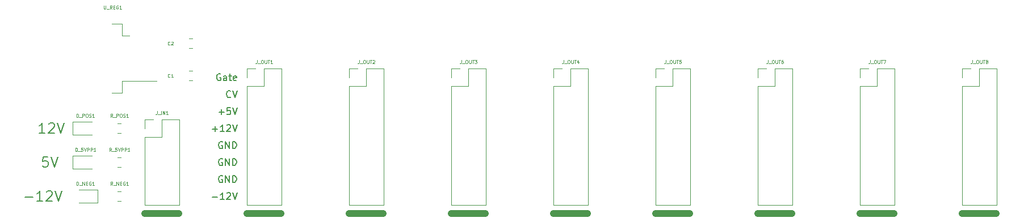
<source format=gbr>
G04 #@! TF.GenerationSoftware,KiCad,Pcbnew,(5.1.6-0-10_14)*
G04 #@! TF.CreationDate,2020-09-27T23:01:40+01:00*
G04 #@! TF.ProjectId,PSUExtensionBoard,50535545-7874-4656-9e73-696f6e426f61,rev?*
G04 #@! TF.SameCoordinates,Original*
G04 #@! TF.FileFunction,Legend,Top*
G04 #@! TF.FilePolarity,Positive*
%FSLAX46Y46*%
G04 Gerber Fmt 4.6, Leading zero omitted, Abs format (unit mm)*
G04 Created by KiCad (PCBNEW (5.1.6-0-10_14)) date 2020-09-27 23:01:40*
%MOMM*%
%LPD*%
G01*
G04 APERTURE LIST*
%ADD10C,0.200000*%
%ADD11C,1.000000*%
%ADD12C,0.120000*%
%ADD13C,0.100000*%
G04 APERTURE END LIST*
D10*
X77388095Y-110561428D02*
X78150000Y-110561428D01*
X79150000Y-110942380D02*
X78578571Y-110942380D01*
X78864285Y-110942380D02*
X78864285Y-109942380D01*
X78769047Y-110085238D01*
X78673809Y-110180476D01*
X78578571Y-110228095D01*
X79530952Y-110037619D02*
X79578571Y-109990000D01*
X79673809Y-109942380D01*
X79911904Y-109942380D01*
X80007142Y-109990000D01*
X80054761Y-110037619D01*
X80102380Y-110132857D01*
X80102380Y-110228095D01*
X80054761Y-110370952D01*
X79483333Y-110942380D01*
X80102380Y-110942380D01*
X80388095Y-109942380D02*
X80721428Y-110942380D01*
X81054761Y-109942380D01*
X78864285Y-107450000D02*
X78769047Y-107402380D01*
X78626190Y-107402380D01*
X78483333Y-107450000D01*
X78388095Y-107545238D01*
X78340476Y-107640476D01*
X78292857Y-107830952D01*
X78292857Y-107973809D01*
X78340476Y-108164285D01*
X78388095Y-108259523D01*
X78483333Y-108354761D01*
X78626190Y-108402380D01*
X78721428Y-108402380D01*
X78864285Y-108354761D01*
X78911904Y-108307142D01*
X78911904Y-107973809D01*
X78721428Y-107973809D01*
X79340476Y-108402380D02*
X79340476Y-107402380D01*
X79911904Y-108402380D01*
X79911904Y-107402380D01*
X80388095Y-108402380D02*
X80388095Y-107402380D01*
X80626190Y-107402380D01*
X80769047Y-107450000D01*
X80864285Y-107545238D01*
X80911904Y-107640476D01*
X80959523Y-107830952D01*
X80959523Y-107973809D01*
X80911904Y-108164285D01*
X80864285Y-108259523D01*
X80769047Y-108354761D01*
X80626190Y-108402380D01*
X80388095Y-108402380D01*
X78864285Y-104910000D02*
X78769047Y-104862380D01*
X78626190Y-104862380D01*
X78483333Y-104910000D01*
X78388095Y-105005238D01*
X78340476Y-105100476D01*
X78292857Y-105290952D01*
X78292857Y-105433809D01*
X78340476Y-105624285D01*
X78388095Y-105719523D01*
X78483333Y-105814761D01*
X78626190Y-105862380D01*
X78721428Y-105862380D01*
X78864285Y-105814761D01*
X78911904Y-105767142D01*
X78911904Y-105433809D01*
X78721428Y-105433809D01*
X79340476Y-105862380D02*
X79340476Y-104862380D01*
X79911904Y-105862380D01*
X79911904Y-104862380D01*
X80388095Y-105862380D02*
X80388095Y-104862380D01*
X80626190Y-104862380D01*
X80769047Y-104910000D01*
X80864285Y-105005238D01*
X80911904Y-105100476D01*
X80959523Y-105290952D01*
X80959523Y-105433809D01*
X80911904Y-105624285D01*
X80864285Y-105719523D01*
X80769047Y-105814761D01*
X80626190Y-105862380D01*
X80388095Y-105862380D01*
X78864285Y-102370000D02*
X78769047Y-102322380D01*
X78626190Y-102322380D01*
X78483333Y-102370000D01*
X78388095Y-102465238D01*
X78340476Y-102560476D01*
X78292857Y-102750952D01*
X78292857Y-102893809D01*
X78340476Y-103084285D01*
X78388095Y-103179523D01*
X78483333Y-103274761D01*
X78626190Y-103322380D01*
X78721428Y-103322380D01*
X78864285Y-103274761D01*
X78911904Y-103227142D01*
X78911904Y-102893809D01*
X78721428Y-102893809D01*
X79340476Y-103322380D02*
X79340476Y-102322380D01*
X79911904Y-103322380D01*
X79911904Y-102322380D01*
X80388095Y-103322380D02*
X80388095Y-102322380D01*
X80626190Y-102322380D01*
X80769047Y-102370000D01*
X80864285Y-102465238D01*
X80911904Y-102560476D01*
X80959523Y-102750952D01*
X80959523Y-102893809D01*
X80911904Y-103084285D01*
X80864285Y-103179523D01*
X80769047Y-103274761D01*
X80626190Y-103322380D01*
X80388095Y-103322380D01*
X77388095Y-100401428D02*
X78150000Y-100401428D01*
X77769047Y-100782380D02*
X77769047Y-100020476D01*
X79150000Y-100782380D02*
X78578571Y-100782380D01*
X78864285Y-100782380D02*
X78864285Y-99782380D01*
X78769047Y-99925238D01*
X78673809Y-100020476D01*
X78578571Y-100068095D01*
X79530952Y-99877619D02*
X79578571Y-99830000D01*
X79673809Y-99782380D01*
X79911904Y-99782380D01*
X80007142Y-99830000D01*
X80054761Y-99877619D01*
X80102380Y-99972857D01*
X80102380Y-100068095D01*
X80054761Y-100210952D01*
X79483333Y-100782380D01*
X80102380Y-100782380D01*
X80388095Y-99782380D02*
X80721428Y-100782380D01*
X81054761Y-99782380D01*
X78340476Y-97861428D02*
X79102380Y-97861428D01*
X78721428Y-98242380D02*
X78721428Y-97480476D01*
X80054761Y-97242380D02*
X79578571Y-97242380D01*
X79530952Y-97718571D01*
X79578571Y-97670952D01*
X79673809Y-97623333D01*
X79911904Y-97623333D01*
X80007142Y-97670952D01*
X80054761Y-97718571D01*
X80102380Y-97813809D01*
X80102380Y-98051904D01*
X80054761Y-98147142D01*
X80007142Y-98194761D01*
X79911904Y-98242380D01*
X79673809Y-98242380D01*
X79578571Y-98194761D01*
X79530952Y-98147142D01*
X80388095Y-97242380D02*
X80721428Y-98242380D01*
X81054761Y-97242380D01*
X80102380Y-95607142D02*
X80054761Y-95654761D01*
X79911904Y-95702380D01*
X79816666Y-95702380D01*
X79673809Y-95654761D01*
X79578571Y-95559523D01*
X79530952Y-95464285D01*
X79483333Y-95273809D01*
X79483333Y-95130952D01*
X79530952Y-94940476D01*
X79578571Y-94845238D01*
X79673809Y-94750000D01*
X79816666Y-94702380D01*
X79911904Y-94702380D01*
X80054761Y-94750000D01*
X80102380Y-94797619D01*
X80388095Y-94702380D02*
X80721428Y-95702380D01*
X81054761Y-94702380D01*
X78578571Y-92210000D02*
X78483333Y-92162380D01*
X78340476Y-92162380D01*
X78197619Y-92210000D01*
X78102380Y-92305238D01*
X78054761Y-92400476D01*
X78007142Y-92590952D01*
X78007142Y-92733809D01*
X78054761Y-92924285D01*
X78102380Y-93019523D01*
X78197619Y-93114761D01*
X78340476Y-93162380D01*
X78435714Y-93162380D01*
X78578571Y-93114761D01*
X78626190Y-93067142D01*
X78626190Y-92733809D01*
X78435714Y-92733809D01*
X79483333Y-93162380D02*
X79483333Y-92638571D01*
X79435714Y-92543333D01*
X79340476Y-92495714D01*
X79150000Y-92495714D01*
X79054761Y-92543333D01*
X79483333Y-93114761D02*
X79388095Y-93162380D01*
X79150000Y-93162380D01*
X79054761Y-93114761D01*
X79007142Y-93019523D01*
X79007142Y-92924285D01*
X79054761Y-92829047D01*
X79150000Y-92781428D01*
X79388095Y-92781428D01*
X79483333Y-92733809D01*
X79816666Y-92495714D02*
X80197619Y-92495714D01*
X79959523Y-92162380D02*
X79959523Y-93019523D01*
X80007142Y-93114761D01*
X80102380Y-93162380D01*
X80197619Y-93162380D01*
X80911904Y-93114761D02*
X80816666Y-93162380D01*
X80626190Y-93162380D01*
X80530952Y-93114761D01*
X80483333Y-93019523D01*
X80483333Y-92638571D01*
X80530952Y-92543333D01*
X80626190Y-92495714D01*
X80816666Y-92495714D01*
X80911904Y-92543333D01*
X80959523Y-92638571D01*
X80959523Y-92733809D01*
X80483333Y-92829047D01*
X49427142Y-110597142D02*
X50570000Y-110597142D01*
X52070000Y-111168571D02*
X51212857Y-111168571D01*
X51641428Y-111168571D02*
X51641428Y-109668571D01*
X51498571Y-109882857D01*
X51355714Y-110025714D01*
X51212857Y-110097142D01*
X52641428Y-109811428D02*
X52712857Y-109740000D01*
X52855714Y-109668571D01*
X53212857Y-109668571D01*
X53355714Y-109740000D01*
X53427142Y-109811428D01*
X53498571Y-109954285D01*
X53498571Y-110097142D01*
X53427142Y-110311428D01*
X52570000Y-111168571D01*
X53498571Y-111168571D01*
X53927142Y-109668571D02*
X54427142Y-111168571D01*
X54927142Y-109668571D01*
X52800285Y-104588571D02*
X52086000Y-104588571D01*
X52014571Y-105302857D01*
X52086000Y-105231428D01*
X52228857Y-105160000D01*
X52586000Y-105160000D01*
X52728857Y-105231428D01*
X52800285Y-105302857D01*
X52871714Y-105445714D01*
X52871714Y-105802857D01*
X52800285Y-105945714D01*
X52728857Y-106017142D01*
X52586000Y-106088571D01*
X52228857Y-106088571D01*
X52086000Y-106017142D01*
X52014571Y-105945714D01*
X53300285Y-104588571D02*
X53800285Y-106088571D01*
X54300285Y-104588571D01*
X52411428Y-101008571D02*
X51554285Y-101008571D01*
X51982857Y-101008571D02*
X51982857Y-99508571D01*
X51840000Y-99722857D01*
X51697142Y-99865714D01*
X51554285Y-99937142D01*
X52982857Y-99651428D02*
X53054285Y-99580000D01*
X53197142Y-99508571D01*
X53554285Y-99508571D01*
X53697142Y-99580000D01*
X53768571Y-99651428D01*
X53840000Y-99794285D01*
X53840000Y-99937142D01*
X53768571Y-100151428D01*
X52911428Y-101008571D01*
X53840000Y-101008571D01*
X54268571Y-99508571D02*
X54768571Y-101008571D01*
X55268571Y-99508571D01*
D11*
X189230000Y-113030000D02*
X194310000Y-113030000D01*
X173990000Y-113030000D02*
X179070000Y-113030000D01*
X158750000Y-113030000D02*
X163830000Y-113030000D01*
X143510000Y-113030000D02*
X148590000Y-113030000D01*
X128270000Y-113030000D02*
X133350000Y-113030000D01*
X113030000Y-113030000D02*
X118110000Y-113030000D01*
X97790000Y-113030000D02*
X102870000Y-113030000D01*
X82550000Y-113030000D02*
X87630000Y-113030000D01*
X67310000Y-113030000D02*
X72390000Y-113030000D01*
D12*
X62410000Y-95052500D02*
X63910000Y-95052500D01*
X63910000Y-95052500D02*
X63910000Y-93242500D01*
X63910000Y-93242500D02*
X69035000Y-93242500D01*
X62410000Y-84652500D02*
X63910000Y-84652500D01*
X63910000Y-84652500D02*
X63910000Y-86462500D01*
X63910000Y-86462500D02*
X65010000Y-86462500D01*
X73906748Y-91746000D02*
X74429252Y-91746000D01*
X73906748Y-93166000D02*
X74429252Y-93166000D01*
X74429252Y-86920000D02*
X73906748Y-86920000D01*
X74429252Y-88340000D02*
X73906748Y-88340000D01*
X59420000Y-104450000D02*
X56560000Y-104450000D01*
X56560000Y-104450000D02*
X56560000Y-106370000D01*
X56560000Y-106370000D02*
X59420000Y-106370000D01*
X60280000Y-109530000D02*
X57420000Y-109530000D01*
X60280000Y-111450000D02*
X60280000Y-109530000D01*
X57420000Y-111450000D02*
X60280000Y-111450000D01*
X59420000Y-99370000D02*
X56560000Y-99370000D01*
X56560000Y-99370000D02*
X56560000Y-101290000D01*
X56560000Y-101290000D02*
X59420000Y-101290000D01*
X67250000Y-111820000D02*
X72450000Y-111820000D01*
X67250000Y-101600000D02*
X67250000Y-111820000D01*
X72450000Y-99000000D02*
X72450000Y-111820000D01*
X67250000Y-101600000D02*
X69850000Y-101600000D01*
X69850000Y-101600000D02*
X69850000Y-99000000D01*
X69850000Y-99000000D02*
X72450000Y-99000000D01*
X67250000Y-100330000D02*
X67250000Y-99000000D01*
X67250000Y-99000000D02*
X68580000Y-99000000D01*
X82490000Y-111820000D02*
X87690000Y-111820000D01*
X82490000Y-93980000D02*
X82490000Y-111820000D01*
X87690000Y-91380000D02*
X87690000Y-111820000D01*
X82490000Y-93980000D02*
X85090000Y-93980000D01*
X85090000Y-93980000D02*
X85090000Y-91380000D01*
X85090000Y-91380000D02*
X87690000Y-91380000D01*
X82490000Y-92710000D02*
X82490000Y-91380000D01*
X82490000Y-91380000D02*
X83820000Y-91380000D01*
X97730000Y-91380000D02*
X99060000Y-91380000D01*
X97730000Y-92710000D02*
X97730000Y-91380000D01*
X100330000Y-91380000D02*
X102930000Y-91380000D01*
X100330000Y-93980000D02*
X100330000Y-91380000D01*
X97730000Y-93980000D02*
X100330000Y-93980000D01*
X102930000Y-91380000D02*
X102930000Y-111820000D01*
X97730000Y-93980000D02*
X97730000Y-111820000D01*
X97730000Y-111820000D02*
X102930000Y-111820000D01*
X112970000Y-111820000D02*
X118170000Y-111820000D01*
X112970000Y-93980000D02*
X112970000Y-111820000D01*
X118170000Y-91380000D02*
X118170000Y-111820000D01*
X112970000Y-93980000D02*
X115570000Y-93980000D01*
X115570000Y-93980000D02*
X115570000Y-91380000D01*
X115570000Y-91380000D02*
X118170000Y-91380000D01*
X112970000Y-92710000D02*
X112970000Y-91380000D01*
X112970000Y-91380000D02*
X114300000Y-91380000D01*
X128210000Y-91380000D02*
X129540000Y-91380000D01*
X128210000Y-92710000D02*
X128210000Y-91380000D01*
X130810000Y-91380000D02*
X133410000Y-91380000D01*
X130810000Y-93980000D02*
X130810000Y-91380000D01*
X128210000Y-93980000D02*
X130810000Y-93980000D01*
X133410000Y-91380000D02*
X133410000Y-111820000D01*
X128210000Y-93980000D02*
X128210000Y-111820000D01*
X128210000Y-111820000D02*
X133410000Y-111820000D01*
X143450000Y-111820000D02*
X148650000Y-111820000D01*
X143450000Y-93980000D02*
X143450000Y-111820000D01*
X148650000Y-91380000D02*
X148650000Y-111820000D01*
X143450000Y-93980000D02*
X146050000Y-93980000D01*
X146050000Y-93980000D02*
X146050000Y-91380000D01*
X146050000Y-91380000D02*
X148650000Y-91380000D01*
X143450000Y-92710000D02*
X143450000Y-91380000D01*
X143450000Y-91380000D02*
X144780000Y-91380000D01*
X158690000Y-91380000D02*
X160020000Y-91380000D01*
X158690000Y-92710000D02*
X158690000Y-91380000D01*
X161290000Y-91380000D02*
X163890000Y-91380000D01*
X161290000Y-93980000D02*
X161290000Y-91380000D01*
X158690000Y-93980000D02*
X161290000Y-93980000D01*
X163890000Y-91380000D02*
X163890000Y-111820000D01*
X158690000Y-93980000D02*
X158690000Y-111820000D01*
X158690000Y-111820000D02*
X163890000Y-111820000D01*
X173930000Y-111820000D02*
X179130000Y-111820000D01*
X173930000Y-93980000D02*
X173930000Y-111820000D01*
X179130000Y-91380000D02*
X179130000Y-111820000D01*
X173930000Y-93980000D02*
X176530000Y-93980000D01*
X176530000Y-93980000D02*
X176530000Y-91380000D01*
X176530000Y-91380000D02*
X179130000Y-91380000D01*
X173930000Y-92710000D02*
X173930000Y-91380000D01*
X173930000Y-91380000D02*
X175260000Y-91380000D01*
X189170000Y-91380000D02*
X190500000Y-91380000D01*
X189170000Y-92710000D02*
X189170000Y-91380000D01*
X191770000Y-91380000D02*
X194370000Y-91380000D01*
X191770000Y-93980000D02*
X191770000Y-91380000D01*
X189170000Y-93980000D02*
X191770000Y-93980000D01*
X194370000Y-91380000D02*
X194370000Y-111820000D01*
X189170000Y-93980000D02*
X189170000Y-111820000D01*
X189170000Y-111820000D02*
X194370000Y-111820000D01*
X63238748Y-104700000D02*
X63761252Y-104700000D01*
X63238748Y-106120000D02*
X63761252Y-106120000D01*
X63238748Y-109780000D02*
X63761252Y-109780000D01*
X63238748Y-111200000D02*
X63761252Y-111200000D01*
X63761252Y-99620000D02*
X63238748Y-99620000D01*
X63761252Y-101040000D02*
X63238748Y-101040000D01*
D13*
X61186380Y-81958690D02*
X61186380Y-82363452D01*
X61210190Y-82411071D01*
X61234000Y-82434880D01*
X61281619Y-82458690D01*
X61376857Y-82458690D01*
X61424476Y-82434880D01*
X61448285Y-82411071D01*
X61472095Y-82363452D01*
X61472095Y-81958690D01*
X61591142Y-82506309D02*
X61972095Y-82506309D01*
X62376857Y-82458690D02*
X62210190Y-82220595D01*
X62091142Y-82458690D02*
X62091142Y-81958690D01*
X62281619Y-81958690D01*
X62329238Y-81982500D01*
X62353047Y-82006309D01*
X62376857Y-82053928D01*
X62376857Y-82125357D01*
X62353047Y-82172976D01*
X62329238Y-82196785D01*
X62281619Y-82220595D01*
X62091142Y-82220595D01*
X62591142Y-82196785D02*
X62757809Y-82196785D01*
X62829238Y-82458690D02*
X62591142Y-82458690D01*
X62591142Y-81958690D01*
X62829238Y-81958690D01*
X63305428Y-81982500D02*
X63257809Y-81958690D01*
X63186380Y-81958690D01*
X63114952Y-81982500D01*
X63067333Y-82030119D01*
X63043523Y-82077738D01*
X63019714Y-82172976D01*
X63019714Y-82244404D01*
X63043523Y-82339642D01*
X63067333Y-82387261D01*
X63114952Y-82434880D01*
X63186380Y-82458690D01*
X63234000Y-82458690D01*
X63305428Y-82434880D01*
X63329238Y-82411071D01*
X63329238Y-82244404D01*
X63234000Y-82244404D01*
X63805428Y-82458690D02*
X63519714Y-82458690D01*
X63662571Y-82458690D02*
X63662571Y-81958690D01*
X63614952Y-82030119D01*
X63567333Y-82077738D01*
X63519714Y-82101547D01*
X71036666Y-92634571D02*
X71012857Y-92658380D01*
X70941428Y-92682190D01*
X70893809Y-92682190D01*
X70822380Y-92658380D01*
X70774761Y-92610761D01*
X70750952Y-92563142D01*
X70727142Y-92467904D01*
X70727142Y-92396476D01*
X70750952Y-92301238D01*
X70774761Y-92253619D01*
X70822380Y-92206000D01*
X70893809Y-92182190D01*
X70941428Y-92182190D01*
X71012857Y-92206000D01*
X71036666Y-92229809D01*
X71512857Y-92682190D02*
X71227142Y-92682190D01*
X71370000Y-92682190D02*
X71370000Y-92182190D01*
X71322380Y-92253619D01*
X71274761Y-92301238D01*
X71227142Y-92325047D01*
X71036666Y-87808571D02*
X71012857Y-87832380D01*
X70941428Y-87856190D01*
X70893809Y-87856190D01*
X70822380Y-87832380D01*
X70774761Y-87784761D01*
X70750952Y-87737142D01*
X70727142Y-87641904D01*
X70727142Y-87570476D01*
X70750952Y-87475238D01*
X70774761Y-87427619D01*
X70822380Y-87380000D01*
X70893809Y-87356190D01*
X70941428Y-87356190D01*
X71012857Y-87380000D01*
X71036666Y-87403809D01*
X71227142Y-87403809D02*
X71250952Y-87380000D01*
X71298571Y-87356190D01*
X71417619Y-87356190D01*
X71465238Y-87380000D01*
X71489047Y-87403809D01*
X71512857Y-87451428D01*
X71512857Y-87499047D01*
X71489047Y-87570476D01*
X71203333Y-87856190D01*
X71512857Y-87856190D01*
X56908095Y-103731190D02*
X56908095Y-103231190D01*
X57027142Y-103231190D01*
X57098571Y-103255000D01*
X57146190Y-103302619D01*
X57170000Y-103350238D01*
X57193809Y-103445476D01*
X57193809Y-103516904D01*
X57170000Y-103612142D01*
X57146190Y-103659761D01*
X57098571Y-103707380D01*
X57027142Y-103731190D01*
X56908095Y-103731190D01*
X57289047Y-103778809D02*
X57670000Y-103778809D01*
X58027142Y-103231190D02*
X57789047Y-103231190D01*
X57765238Y-103469285D01*
X57789047Y-103445476D01*
X57836666Y-103421666D01*
X57955714Y-103421666D01*
X58003333Y-103445476D01*
X58027142Y-103469285D01*
X58050952Y-103516904D01*
X58050952Y-103635952D01*
X58027142Y-103683571D01*
X58003333Y-103707380D01*
X57955714Y-103731190D01*
X57836666Y-103731190D01*
X57789047Y-103707380D01*
X57765238Y-103683571D01*
X58193809Y-103231190D02*
X58360476Y-103731190D01*
X58527142Y-103231190D01*
X58693809Y-103731190D02*
X58693809Y-103231190D01*
X58884285Y-103231190D01*
X58931904Y-103255000D01*
X58955714Y-103278809D01*
X58979523Y-103326428D01*
X58979523Y-103397857D01*
X58955714Y-103445476D01*
X58931904Y-103469285D01*
X58884285Y-103493095D01*
X58693809Y-103493095D01*
X59193809Y-103731190D02*
X59193809Y-103231190D01*
X59384285Y-103231190D01*
X59431904Y-103255000D01*
X59455714Y-103278809D01*
X59479523Y-103326428D01*
X59479523Y-103397857D01*
X59455714Y-103445476D01*
X59431904Y-103469285D01*
X59384285Y-103493095D01*
X59193809Y-103493095D01*
X59955714Y-103731190D02*
X59670000Y-103731190D01*
X59812857Y-103731190D02*
X59812857Y-103231190D01*
X59765238Y-103302619D01*
X59717619Y-103350238D01*
X59670000Y-103374047D01*
X57122380Y-108811190D02*
X57122380Y-108311190D01*
X57241428Y-108311190D01*
X57312857Y-108335000D01*
X57360476Y-108382619D01*
X57384285Y-108430238D01*
X57408095Y-108525476D01*
X57408095Y-108596904D01*
X57384285Y-108692142D01*
X57360476Y-108739761D01*
X57312857Y-108787380D01*
X57241428Y-108811190D01*
X57122380Y-108811190D01*
X57503333Y-108858809D02*
X57884285Y-108858809D01*
X58003333Y-108811190D02*
X58003333Y-108311190D01*
X58289047Y-108811190D01*
X58289047Y-108311190D01*
X58527142Y-108549285D02*
X58693809Y-108549285D01*
X58765238Y-108811190D02*
X58527142Y-108811190D01*
X58527142Y-108311190D01*
X58765238Y-108311190D01*
X59241428Y-108335000D02*
X59193809Y-108311190D01*
X59122380Y-108311190D01*
X59050952Y-108335000D01*
X59003333Y-108382619D01*
X58979523Y-108430238D01*
X58955714Y-108525476D01*
X58955714Y-108596904D01*
X58979523Y-108692142D01*
X59003333Y-108739761D01*
X59050952Y-108787380D01*
X59122380Y-108811190D01*
X59170000Y-108811190D01*
X59241428Y-108787380D01*
X59265238Y-108763571D01*
X59265238Y-108596904D01*
X59170000Y-108596904D01*
X59741428Y-108811190D02*
X59455714Y-108811190D01*
X59598571Y-108811190D02*
X59598571Y-108311190D01*
X59550952Y-108382619D01*
X59503333Y-108430238D01*
X59455714Y-108454047D01*
X57110476Y-98651190D02*
X57110476Y-98151190D01*
X57229523Y-98151190D01*
X57300952Y-98175000D01*
X57348571Y-98222619D01*
X57372380Y-98270238D01*
X57396190Y-98365476D01*
X57396190Y-98436904D01*
X57372380Y-98532142D01*
X57348571Y-98579761D01*
X57300952Y-98627380D01*
X57229523Y-98651190D01*
X57110476Y-98651190D01*
X57491428Y-98698809D02*
X57872380Y-98698809D01*
X57991428Y-98651190D02*
X57991428Y-98151190D01*
X58181904Y-98151190D01*
X58229523Y-98175000D01*
X58253333Y-98198809D01*
X58277142Y-98246428D01*
X58277142Y-98317857D01*
X58253333Y-98365476D01*
X58229523Y-98389285D01*
X58181904Y-98413095D01*
X57991428Y-98413095D01*
X58586666Y-98151190D02*
X58681904Y-98151190D01*
X58729523Y-98175000D01*
X58777142Y-98222619D01*
X58800952Y-98317857D01*
X58800952Y-98484523D01*
X58777142Y-98579761D01*
X58729523Y-98627380D01*
X58681904Y-98651190D01*
X58586666Y-98651190D01*
X58539047Y-98627380D01*
X58491428Y-98579761D01*
X58467619Y-98484523D01*
X58467619Y-98317857D01*
X58491428Y-98222619D01*
X58539047Y-98175000D01*
X58586666Y-98151190D01*
X58991428Y-98627380D02*
X59062857Y-98651190D01*
X59181904Y-98651190D01*
X59229523Y-98627380D01*
X59253333Y-98603571D01*
X59277142Y-98555952D01*
X59277142Y-98508333D01*
X59253333Y-98460714D01*
X59229523Y-98436904D01*
X59181904Y-98413095D01*
X59086666Y-98389285D01*
X59039047Y-98365476D01*
X59015238Y-98341666D01*
X58991428Y-98294047D01*
X58991428Y-98246428D01*
X59015238Y-98198809D01*
X59039047Y-98175000D01*
X59086666Y-98151190D01*
X59205714Y-98151190D01*
X59277142Y-98175000D01*
X59753333Y-98651190D02*
X59467619Y-98651190D01*
X59610476Y-98651190D02*
X59610476Y-98151190D01*
X59562857Y-98222619D01*
X59515238Y-98270238D01*
X59467619Y-98294047D01*
X69111904Y-97726190D02*
X69111904Y-98083333D01*
X69088095Y-98154761D01*
X69040476Y-98202380D01*
X68969047Y-98226190D01*
X68921428Y-98226190D01*
X69230952Y-98273809D02*
X69611904Y-98273809D01*
X69730952Y-98226190D02*
X69730952Y-97726190D01*
X69969047Y-98226190D02*
X69969047Y-97726190D01*
X70254761Y-98226190D01*
X70254761Y-97726190D01*
X70754761Y-98226190D02*
X70469047Y-98226190D01*
X70611904Y-98226190D02*
X70611904Y-97726190D01*
X70564285Y-97797619D01*
X70516666Y-97845238D01*
X70469047Y-97869047D01*
X84018571Y-90106190D02*
X84018571Y-90463333D01*
X83994761Y-90534761D01*
X83947142Y-90582380D01*
X83875714Y-90606190D01*
X83828095Y-90606190D01*
X84137619Y-90653809D02*
X84518571Y-90653809D01*
X84732857Y-90106190D02*
X84828095Y-90106190D01*
X84875714Y-90130000D01*
X84923333Y-90177619D01*
X84947142Y-90272857D01*
X84947142Y-90439523D01*
X84923333Y-90534761D01*
X84875714Y-90582380D01*
X84828095Y-90606190D01*
X84732857Y-90606190D01*
X84685238Y-90582380D01*
X84637619Y-90534761D01*
X84613809Y-90439523D01*
X84613809Y-90272857D01*
X84637619Y-90177619D01*
X84685238Y-90130000D01*
X84732857Y-90106190D01*
X85161428Y-90106190D02*
X85161428Y-90510952D01*
X85185238Y-90558571D01*
X85209047Y-90582380D01*
X85256666Y-90606190D01*
X85351904Y-90606190D01*
X85399523Y-90582380D01*
X85423333Y-90558571D01*
X85447142Y-90510952D01*
X85447142Y-90106190D01*
X85613809Y-90106190D02*
X85899523Y-90106190D01*
X85756666Y-90606190D02*
X85756666Y-90106190D01*
X86328095Y-90606190D02*
X86042380Y-90606190D01*
X86185238Y-90606190D02*
X86185238Y-90106190D01*
X86137619Y-90177619D01*
X86090000Y-90225238D01*
X86042380Y-90249047D01*
X99258571Y-90106190D02*
X99258571Y-90463333D01*
X99234761Y-90534761D01*
X99187142Y-90582380D01*
X99115714Y-90606190D01*
X99068095Y-90606190D01*
X99377619Y-90653809D02*
X99758571Y-90653809D01*
X99972857Y-90106190D02*
X100068095Y-90106190D01*
X100115714Y-90130000D01*
X100163333Y-90177619D01*
X100187142Y-90272857D01*
X100187142Y-90439523D01*
X100163333Y-90534761D01*
X100115714Y-90582380D01*
X100068095Y-90606190D01*
X99972857Y-90606190D01*
X99925238Y-90582380D01*
X99877619Y-90534761D01*
X99853809Y-90439523D01*
X99853809Y-90272857D01*
X99877619Y-90177619D01*
X99925238Y-90130000D01*
X99972857Y-90106190D01*
X100401428Y-90106190D02*
X100401428Y-90510952D01*
X100425238Y-90558571D01*
X100449047Y-90582380D01*
X100496666Y-90606190D01*
X100591904Y-90606190D01*
X100639523Y-90582380D01*
X100663333Y-90558571D01*
X100687142Y-90510952D01*
X100687142Y-90106190D01*
X100853809Y-90106190D02*
X101139523Y-90106190D01*
X100996666Y-90606190D02*
X100996666Y-90106190D01*
X101282380Y-90153809D02*
X101306190Y-90130000D01*
X101353809Y-90106190D01*
X101472857Y-90106190D01*
X101520476Y-90130000D01*
X101544285Y-90153809D01*
X101568095Y-90201428D01*
X101568095Y-90249047D01*
X101544285Y-90320476D01*
X101258571Y-90606190D01*
X101568095Y-90606190D01*
X114498571Y-90106190D02*
X114498571Y-90463333D01*
X114474761Y-90534761D01*
X114427142Y-90582380D01*
X114355714Y-90606190D01*
X114308095Y-90606190D01*
X114617619Y-90653809D02*
X114998571Y-90653809D01*
X115212857Y-90106190D02*
X115308095Y-90106190D01*
X115355714Y-90130000D01*
X115403333Y-90177619D01*
X115427142Y-90272857D01*
X115427142Y-90439523D01*
X115403333Y-90534761D01*
X115355714Y-90582380D01*
X115308095Y-90606190D01*
X115212857Y-90606190D01*
X115165238Y-90582380D01*
X115117619Y-90534761D01*
X115093809Y-90439523D01*
X115093809Y-90272857D01*
X115117619Y-90177619D01*
X115165238Y-90130000D01*
X115212857Y-90106190D01*
X115641428Y-90106190D02*
X115641428Y-90510952D01*
X115665238Y-90558571D01*
X115689047Y-90582380D01*
X115736666Y-90606190D01*
X115831904Y-90606190D01*
X115879523Y-90582380D01*
X115903333Y-90558571D01*
X115927142Y-90510952D01*
X115927142Y-90106190D01*
X116093809Y-90106190D02*
X116379523Y-90106190D01*
X116236666Y-90606190D02*
X116236666Y-90106190D01*
X116498571Y-90106190D02*
X116808095Y-90106190D01*
X116641428Y-90296666D01*
X116712857Y-90296666D01*
X116760476Y-90320476D01*
X116784285Y-90344285D01*
X116808095Y-90391904D01*
X116808095Y-90510952D01*
X116784285Y-90558571D01*
X116760476Y-90582380D01*
X116712857Y-90606190D01*
X116570000Y-90606190D01*
X116522380Y-90582380D01*
X116498571Y-90558571D01*
X129738571Y-90106190D02*
X129738571Y-90463333D01*
X129714761Y-90534761D01*
X129667142Y-90582380D01*
X129595714Y-90606190D01*
X129548095Y-90606190D01*
X129857619Y-90653809D02*
X130238571Y-90653809D01*
X130452857Y-90106190D02*
X130548095Y-90106190D01*
X130595714Y-90130000D01*
X130643333Y-90177619D01*
X130667142Y-90272857D01*
X130667142Y-90439523D01*
X130643333Y-90534761D01*
X130595714Y-90582380D01*
X130548095Y-90606190D01*
X130452857Y-90606190D01*
X130405238Y-90582380D01*
X130357619Y-90534761D01*
X130333809Y-90439523D01*
X130333809Y-90272857D01*
X130357619Y-90177619D01*
X130405238Y-90130000D01*
X130452857Y-90106190D01*
X130881428Y-90106190D02*
X130881428Y-90510952D01*
X130905238Y-90558571D01*
X130929047Y-90582380D01*
X130976666Y-90606190D01*
X131071904Y-90606190D01*
X131119523Y-90582380D01*
X131143333Y-90558571D01*
X131167142Y-90510952D01*
X131167142Y-90106190D01*
X131333809Y-90106190D02*
X131619523Y-90106190D01*
X131476666Y-90606190D02*
X131476666Y-90106190D01*
X132000476Y-90272857D02*
X132000476Y-90606190D01*
X131881428Y-90082380D02*
X131762380Y-90439523D01*
X132071904Y-90439523D01*
X144978571Y-90106190D02*
X144978571Y-90463333D01*
X144954761Y-90534761D01*
X144907142Y-90582380D01*
X144835714Y-90606190D01*
X144788095Y-90606190D01*
X145097619Y-90653809D02*
X145478571Y-90653809D01*
X145692857Y-90106190D02*
X145788095Y-90106190D01*
X145835714Y-90130000D01*
X145883333Y-90177619D01*
X145907142Y-90272857D01*
X145907142Y-90439523D01*
X145883333Y-90534761D01*
X145835714Y-90582380D01*
X145788095Y-90606190D01*
X145692857Y-90606190D01*
X145645238Y-90582380D01*
X145597619Y-90534761D01*
X145573809Y-90439523D01*
X145573809Y-90272857D01*
X145597619Y-90177619D01*
X145645238Y-90130000D01*
X145692857Y-90106190D01*
X146121428Y-90106190D02*
X146121428Y-90510952D01*
X146145238Y-90558571D01*
X146169047Y-90582380D01*
X146216666Y-90606190D01*
X146311904Y-90606190D01*
X146359523Y-90582380D01*
X146383333Y-90558571D01*
X146407142Y-90510952D01*
X146407142Y-90106190D01*
X146573809Y-90106190D02*
X146859523Y-90106190D01*
X146716666Y-90606190D02*
X146716666Y-90106190D01*
X147264285Y-90106190D02*
X147026190Y-90106190D01*
X147002380Y-90344285D01*
X147026190Y-90320476D01*
X147073809Y-90296666D01*
X147192857Y-90296666D01*
X147240476Y-90320476D01*
X147264285Y-90344285D01*
X147288095Y-90391904D01*
X147288095Y-90510952D01*
X147264285Y-90558571D01*
X147240476Y-90582380D01*
X147192857Y-90606190D01*
X147073809Y-90606190D01*
X147026190Y-90582380D01*
X147002380Y-90558571D01*
X160218571Y-90106190D02*
X160218571Y-90463333D01*
X160194761Y-90534761D01*
X160147142Y-90582380D01*
X160075714Y-90606190D01*
X160028095Y-90606190D01*
X160337619Y-90653809D02*
X160718571Y-90653809D01*
X160932857Y-90106190D02*
X161028095Y-90106190D01*
X161075714Y-90130000D01*
X161123333Y-90177619D01*
X161147142Y-90272857D01*
X161147142Y-90439523D01*
X161123333Y-90534761D01*
X161075714Y-90582380D01*
X161028095Y-90606190D01*
X160932857Y-90606190D01*
X160885238Y-90582380D01*
X160837619Y-90534761D01*
X160813809Y-90439523D01*
X160813809Y-90272857D01*
X160837619Y-90177619D01*
X160885238Y-90130000D01*
X160932857Y-90106190D01*
X161361428Y-90106190D02*
X161361428Y-90510952D01*
X161385238Y-90558571D01*
X161409047Y-90582380D01*
X161456666Y-90606190D01*
X161551904Y-90606190D01*
X161599523Y-90582380D01*
X161623333Y-90558571D01*
X161647142Y-90510952D01*
X161647142Y-90106190D01*
X161813809Y-90106190D02*
X162099523Y-90106190D01*
X161956666Y-90606190D02*
X161956666Y-90106190D01*
X162480476Y-90106190D02*
X162385238Y-90106190D01*
X162337619Y-90130000D01*
X162313809Y-90153809D01*
X162266190Y-90225238D01*
X162242380Y-90320476D01*
X162242380Y-90510952D01*
X162266190Y-90558571D01*
X162290000Y-90582380D01*
X162337619Y-90606190D01*
X162432857Y-90606190D01*
X162480476Y-90582380D01*
X162504285Y-90558571D01*
X162528095Y-90510952D01*
X162528095Y-90391904D01*
X162504285Y-90344285D01*
X162480476Y-90320476D01*
X162432857Y-90296666D01*
X162337619Y-90296666D01*
X162290000Y-90320476D01*
X162266190Y-90344285D01*
X162242380Y-90391904D01*
X175458571Y-90106190D02*
X175458571Y-90463333D01*
X175434761Y-90534761D01*
X175387142Y-90582380D01*
X175315714Y-90606190D01*
X175268095Y-90606190D01*
X175577619Y-90653809D02*
X175958571Y-90653809D01*
X176172857Y-90106190D02*
X176268095Y-90106190D01*
X176315714Y-90130000D01*
X176363333Y-90177619D01*
X176387142Y-90272857D01*
X176387142Y-90439523D01*
X176363333Y-90534761D01*
X176315714Y-90582380D01*
X176268095Y-90606190D01*
X176172857Y-90606190D01*
X176125238Y-90582380D01*
X176077619Y-90534761D01*
X176053809Y-90439523D01*
X176053809Y-90272857D01*
X176077619Y-90177619D01*
X176125238Y-90130000D01*
X176172857Y-90106190D01*
X176601428Y-90106190D02*
X176601428Y-90510952D01*
X176625238Y-90558571D01*
X176649047Y-90582380D01*
X176696666Y-90606190D01*
X176791904Y-90606190D01*
X176839523Y-90582380D01*
X176863333Y-90558571D01*
X176887142Y-90510952D01*
X176887142Y-90106190D01*
X177053809Y-90106190D02*
X177339523Y-90106190D01*
X177196666Y-90606190D02*
X177196666Y-90106190D01*
X177458571Y-90106190D02*
X177791904Y-90106190D01*
X177577619Y-90606190D01*
X190698571Y-90106190D02*
X190698571Y-90463333D01*
X190674761Y-90534761D01*
X190627142Y-90582380D01*
X190555714Y-90606190D01*
X190508095Y-90606190D01*
X190817619Y-90653809D02*
X191198571Y-90653809D01*
X191412857Y-90106190D02*
X191508095Y-90106190D01*
X191555714Y-90130000D01*
X191603333Y-90177619D01*
X191627142Y-90272857D01*
X191627142Y-90439523D01*
X191603333Y-90534761D01*
X191555714Y-90582380D01*
X191508095Y-90606190D01*
X191412857Y-90606190D01*
X191365238Y-90582380D01*
X191317619Y-90534761D01*
X191293809Y-90439523D01*
X191293809Y-90272857D01*
X191317619Y-90177619D01*
X191365238Y-90130000D01*
X191412857Y-90106190D01*
X191841428Y-90106190D02*
X191841428Y-90510952D01*
X191865238Y-90558571D01*
X191889047Y-90582380D01*
X191936666Y-90606190D01*
X192031904Y-90606190D01*
X192079523Y-90582380D01*
X192103333Y-90558571D01*
X192127142Y-90510952D01*
X192127142Y-90106190D01*
X192293809Y-90106190D02*
X192579523Y-90106190D01*
X192436666Y-90606190D02*
X192436666Y-90106190D01*
X192817619Y-90320476D02*
X192770000Y-90296666D01*
X192746190Y-90272857D01*
X192722380Y-90225238D01*
X192722380Y-90201428D01*
X192746190Y-90153809D01*
X192770000Y-90130000D01*
X192817619Y-90106190D01*
X192912857Y-90106190D01*
X192960476Y-90130000D01*
X192984285Y-90153809D01*
X193008095Y-90201428D01*
X193008095Y-90225238D01*
X192984285Y-90272857D01*
X192960476Y-90296666D01*
X192912857Y-90320476D01*
X192817619Y-90320476D01*
X192770000Y-90344285D01*
X192746190Y-90368095D01*
X192722380Y-90415714D01*
X192722380Y-90510952D01*
X192746190Y-90558571D01*
X192770000Y-90582380D01*
X192817619Y-90606190D01*
X192912857Y-90606190D01*
X192960476Y-90582380D01*
X192984285Y-90558571D01*
X193008095Y-90510952D01*
X193008095Y-90415714D01*
X192984285Y-90368095D01*
X192960476Y-90344285D01*
X192912857Y-90320476D01*
X62273809Y-103731190D02*
X62107142Y-103493095D01*
X61988095Y-103731190D02*
X61988095Y-103231190D01*
X62178571Y-103231190D01*
X62226190Y-103255000D01*
X62250000Y-103278809D01*
X62273809Y-103326428D01*
X62273809Y-103397857D01*
X62250000Y-103445476D01*
X62226190Y-103469285D01*
X62178571Y-103493095D01*
X61988095Y-103493095D01*
X62369047Y-103778809D02*
X62750000Y-103778809D01*
X63107142Y-103231190D02*
X62869047Y-103231190D01*
X62845238Y-103469285D01*
X62869047Y-103445476D01*
X62916666Y-103421666D01*
X63035714Y-103421666D01*
X63083333Y-103445476D01*
X63107142Y-103469285D01*
X63130952Y-103516904D01*
X63130952Y-103635952D01*
X63107142Y-103683571D01*
X63083333Y-103707380D01*
X63035714Y-103731190D01*
X62916666Y-103731190D01*
X62869047Y-103707380D01*
X62845238Y-103683571D01*
X63273809Y-103231190D02*
X63440476Y-103731190D01*
X63607142Y-103231190D01*
X63773809Y-103731190D02*
X63773809Y-103231190D01*
X63964285Y-103231190D01*
X64011904Y-103255000D01*
X64035714Y-103278809D01*
X64059523Y-103326428D01*
X64059523Y-103397857D01*
X64035714Y-103445476D01*
X64011904Y-103469285D01*
X63964285Y-103493095D01*
X63773809Y-103493095D01*
X64273809Y-103731190D02*
X64273809Y-103231190D01*
X64464285Y-103231190D01*
X64511904Y-103255000D01*
X64535714Y-103278809D01*
X64559523Y-103326428D01*
X64559523Y-103397857D01*
X64535714Y-103445476D01*
X64511904Y-103469285D01*
X64464285Y-103493095D01*
X64273809Y-103493095D01*
X65035714Y-103731190D02*
X64750000Y-103731190D01*
X64892857Y-103731190D02*
X64892857Y-103231190D01*
X64845238Y-103302619D01*
X64797619Y-103350238D01*
X64750000Y-103374047D01*
X62488095Y-108811190D02*
X62321428Y-108573095D01*
X62202380Y-108811190D02*
X62202380Y-108311190D01*
X62392857Y-108311190D01*
X62440476Y-108335000D01*
X62464285Y-108358809D01*
X62488095Y-108406428D01*
X62488095Y-108477857D01*
X62464285Y-108525476D01*
X62440476Y-108549285D01*
X62392857Y-108573095D01*
X62202380Y-108573095D01*
X62583333Y-108858809D02*
X62964285Y-108858809D01*
X63083333Y-108811190D02*
X63083333Y-108311190D01*
X63369047Y-108811190D01*
X63369047Y-108311190D01*
X63607142Y-108549285D02*
X63773809Y-108549285D01*
X63845238Y-108811190D02*
X63607142Y-108811190D01*
X63607142Y-108311190D01*
X63845238Y-108311190D01*
X64321428Y-108335000D02*
X64273809Y-108311190D01*
X64202380Y-108311190D01*
X64130952Y-108335000D01*
X64083333Y-108382619D01*
X64059523Y-108430238D01*
X64035714Y-108525476D01*
X64035714Y-108596904D01*
X64059523Y-108692142D01*
X64083333Y-108739761D01*
X64130952Y-108787380D01*
X64202380Y-108811190D01*
X64250000Y-108811190D01*
X64321428Y-108787380D01*
X64345238Y-108763571D01*
X64345238Y-108596904D01*
X64250000Y-108596904D01*
X64821428Y-108811190D02*
X64535714Y-108811190D01*
X64678571Y-108811190D02*
X64678571Y-108311190D01*
X64630952Y-108382619D01*
X64583333Y-108430238D01*
X64535714Y-108454047D01*
X62476190Y-98651190D02*
X62309523Y-98413095D01*
X62190476Y-98651190D02*
X62190476Y-98151190D01*
X62380952Y-98151190D01*
X62428571Y-98175000D01*
X62452380Y-98198809D01*
X62476190Y-98246428D01*
X62476190Y-98317857D01*
X62452380Y-98365476D01*
X62428571Y-98389285D01*
X62380952Y-98413095D01*
X62190476Y-98413095D01*
X62571428Y-98698809D02*
X62952380Y-98698809D01*
X63071428Y-98651190D02*
X63071428Y-98151190D01*
X63261904Y-98151190D01*
X63309523Y-98175000D01*
X63333333Y-98198809D01*
X63357142Y-98246428D01*
X63357142Y-98317857D01*
X63333333Y-98365476D01*
X63309523Y-98389285D01*
X63261904Y-98413095D01*
X63071428Y-98413095D01*
X63666666Y-98151190D02*
X63761904Y-98151190D01*
X63809523Y-98175000D01*
X63857142Y-98222619D01*
X63880952Y-98317857D01*
X63880952Y-98484523D01*
X63857142Y-98579761D01*
X63809523Y-98627380D01*
X63761904Y-98651190D01*
X63666666Y-98651190D01*
X63619047Y-98627380D01*
X63571428Y-98579761D01*
X63547619Y-98484523D01*
X63547619Y-98317857D01*
X63571428Y-98222619D01*
X63619047Y-98175000D01*
X63666666Y-98151190D01*
X64071428Y-98627380D02*
X64142857Y-98651190D01*
X64261904Y-98651190D01*
X64309523Y-98627380D01*
X64333333Y-98603571D01*
X64357142Y-98555952D01*
X64357142Y-98508333D01*
X64333333Y-98460714D01*
X64309523Y-98436904D01*
X64261904Y-98413095D01*
X64166666Y-98389285D01*
X64119047Y-98365476D01*
X64095238Y-98341666D01*
X64071428Y-98294047D01*
X64071428Y-98246428D01*
X64095238Y-98198809D01*
X64119047Y-98175000D01*
X64166666Y-98151190D01*
X64285714Y-98151190D01*
X64357142Y-98175000D01*
X64833333Y-98651190D02*
X64547619Y-98651190D01*
X64690476Y-98651190D02*
X64690476Y-98151190D01*
X64642857Y-98222619D01*
X64595238Y-98270238D01*
X64547619Y-98294047D01*
M02*

</source>
